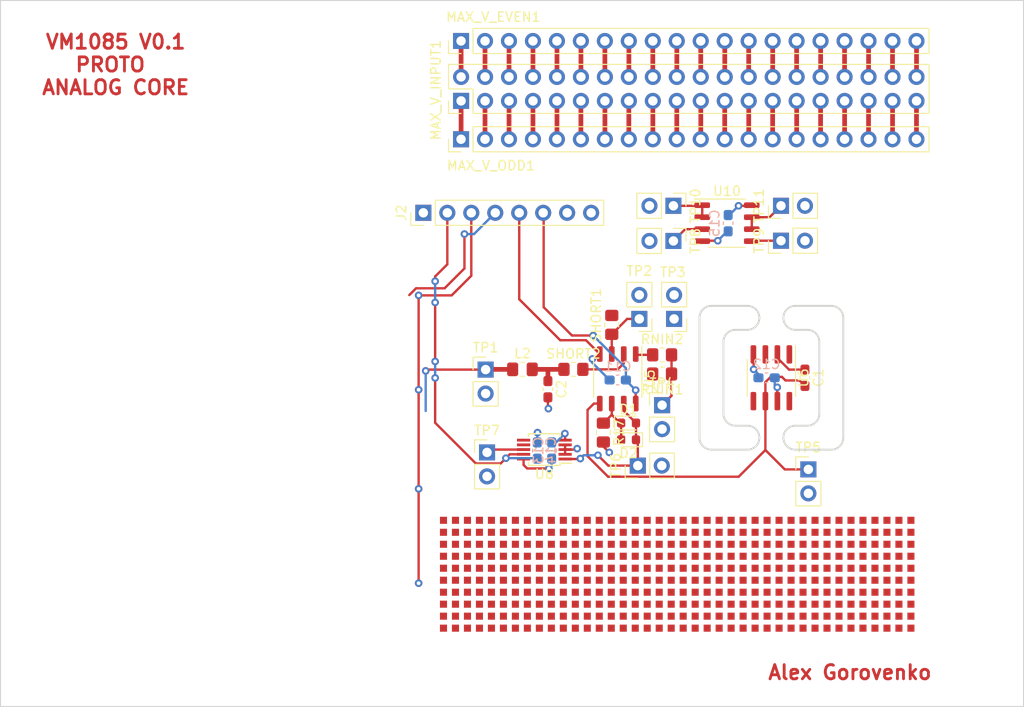
<source format=kicad_pcb>
(kicad_pcb (version 20211014) (generator pcbnew)
  (layers (0 "F.Cu" signal) (31 "B.Cu" signal) (34 "B.Paste" user) (35 "F.Paste" user) (36 "B.SilkS" user "B.Silkscreen") (37 "F.SilkS" user "F.Silkscreen") (38 "B.Mask" user) (39 "F.Mask" user) (44 "Edge.Cuts" user))
  (net 0 "")
  (net 1 "Net-(L2-Pad1)")
  (net 2 "-2V5")
  (net 3 "GND")
  (net 4 "+2V5")
  (net 5 "Net-(RNIN2-Pad2)")
  (net 6 "SUMMING NODE")
  (net 7 "ZERO_DAC1")
  (net 8 "-5VA")
  (net 9 "INTEGRATOR OUT")
  (net 10 "+5VA")
  (net 12 "ZERO_DAC2")
  (net 16 "COMP")
  (net 17 "Net-(C2-Pad1)")
  (net 18 "Net-(MAX_V_EVEN1-Pad1)")
  (net 19 "Net-(MAX_V_EVEN1-Pad2)")
  (net 20 "Net-(MAX_V_EVEN1-Pad3)")
  (net 21 "Net-(MAX_V_EVEN1-Pad4)")
  (net 22 "Net-(MAX_V_EVEN1-Pad5)")
  (net 23 "Net-(MAX_V_EVEN1-Pad6)")
  (net 24 "Net-(MAX_V_EVEN1-Pad7)")
  (net 25 "Net-(MAX_V_EVEN1-Pad8)")
  (net 26 "Net-(MAX_V_EVEN1-Pad9)")
  (net 27 "Net-(MAX_V_EVEN1-Pad10)")
  (net 28 "Net-(MAX_V_EVEN1-Pad11)")
  (net 29 "Net-(MAX_V_EVEN1-Pad12)")
  (net 30 "Net-(MAX_V_EVEN1-Pad13)")
  (net 31 "Net-(MAX_V_EVEN1-Pad14)")
  (net 32 "Net-(MAX_V_EVEN1-Pad15)")
  (net 33 "Net-(MAX_V_EVEN1-Pad16)")
  (net 34 "Net-(MAX_V_EVEN1-Pad17)")
  (net 35 "Net-(MAX_V_EVEN1-Pad18)")
  (net 36 "Net-(MAX_V_EVEN1-Pad19)")
  (net 37 "Net-(MAX_V_EVEN1-Pad20)")
  (net 38 "Net-(MAX_V_INPUT1-Pad1)")
  (net 39 "Net-(MAX_V_INPUT1-Pad3)")
  (net 40 "Net-(MAX_V_INPUT1-Pad5)")
  (net 41 "Net-(MAX_V_INPUT1-Pad7)")
  (net 42 "Net-(MAX_V_INPUT1-Pad9)")
  (net 43 "Net-(MAX_V_INPUT1-Pad11)")
  (net 44 "Net-(MAX_V_INPUT1-Pad13)")
  (net 45 "Net-(MAX_V_INPUT1-Pad15)")
  (net 46 "Net-(MAX_V_INPUT1-Pad17)")
  (net 47 "Net-(MAX_V_INPUT1-Pad19)")
  (net 48 "Net-(MAX_V_INPUT1-Pad21)")
  (net 49 "Net-(MAX_V_INPUT1-Pad23)")
  (net 50 "Net-(MAX_V_INPUT1-Pad25)")
  (net 51 "Net-(MAX_V_INPUT1-Pad27)")
  (net 52 "Net-(MAX_V_INPUT1-Pad29)")
  (net 53 "Net-(MAX_V_INPUT1-Pad31)")
  (net 54 "Net-(MAX_V_INPUT1-Pad33)")
  (net 55 "Net-(MAX_V_INPUT1-Pad35)")
  (net 56 "Net-(MAX_V_INPUT1-Pad37)")
  (net 57 "Net-(MAX_V_INPUT1-Pad39)")
  (net 58 "Net-(D1-Pad1)")
  (net 59 "+3V3")
  (net 60 "+15V")
  (net 61 "-15V")
  (net 62 "Net-(TP8-Pad1)")
  (net 63 "Net-(TP9-Pad1)")
  (net 64 "Net-(TP10-Pad1)")
  (net 65 "Net-(TP11-Pad1)")
  (net 66 "Slope Amp")
  (footprint "Connector_PinHeader_2.54mm:PinHeader_1x02_P2.54mm_Vertical" (layer "F.Cu") (at 108 62.759 -90)
    (fp_text reference "TP10")
    (fp_text value "TestPoint_2Pole" hide)
  )
  (footprint "Diode_SMD:D_0603_1608Metric" (layer "F.Cu") (at 103.244 85.7735)
    (fp_text reference "D1")
    (fp_text value "D")
  )
  (footprint "Connector_PinHeader_2.54mm:PinHeader_1x02_P2.54mm_Vertical" (layer "F.Cu") (at 108 66.484 -90)
    (fp_text reference "TP8")
    (fp_text value "TestPoint_2Pole" hide)
  )
  (footprint "Resistor_SMD:R_0805_2012Metric_Pad1.20x1.40mm_HandSolder" (layer "F.Cu") (at 106.8 78.5505 180)
    (fp_text reference "RNIN2")
    (fp_text value "R")
  )
  (footprint "Connector_PinHeader_2.54mm:PinHeader_2x20_P2.54mm_Vertical" (layer "F.Cu") (at 85.5 51.6425 90)
    (fp_text reference "MAX_V_INPUT1")
    (fp_text value "Conn_02x20_Odd_Even" hide)
  )
  (footprint "Connector_PinHeader_2.54mm:PinHeader_1x02_P2.54mm_Vertical" (layer "F.Cu") (at 88.25 88.8905)
    (fp_text reference "TP7")
    (fp_text value "TestPoint_2Pole" hide)
  )
  (footprint "Connector_PinHeader_2.54mm:PinHeader_1x02_P2.54mm_Vertical" (layer "F.Cu") (at 119.4 66.459 90)
    (fp_text reference "TP9")
    (fp_text value "TestPoint_2Pole" hide)
  )
  (footprint "Package_SO:SOP-8_3.9x4.9mm_P1.27mm" (layer "F.Cu") (at 113.677 64.6)
    (fp_text reference "U10")
    (fp_text value "OPA2145")
  )
  (footprint "Resistor_SMD:R_0805_2012Metric_Pad1.20x1.40mm_HandSolder" (layer "F.Cu") (at 100.577 86.7895 -90)
    (fp_text reference "R17")
    (fp_text value "R")
  )
  (footprint "Connector_PinHeader_2.54mm:PinHeader_1x20_P2.54mm_Vertical" (layer "F.Cu") (at 85.495 55.7065 90)
    (fp_text reference "MAX_V_ODD1")
    (fp_text value "Conn_01x20_Female" hide)
  )
  (footprint "Connector_PinHeader_2.54mm:PinHeader_1x20_P2.54mm_Vertical" (layer "F.Cu") (at 85.495 45.2925 90)
    (fp_text reference "MAX_V_EVEN1")
    (fp_text value "Conn_01x20_Female" hide)
  )
  (footprint "Capacitor_SMD:C_0805_2012Metric_Pad1.18x1.45mm_HandSolder" (layer "F.Cu") (at 92 80.0905)
    (fp_text reference "L2")
    (fp_text value "L")
  )
  (footprint "Package_SO:SOP-8_3.9x4.9mm_P1.27mm" (layer "F.Cu") (at 102.101 81.0905 -90)
    (fp_text reference "U5")
    (fp_text value "OPA2145")
  )
  (footprint "Resistor_SMD:R_0805_2012Metric_Pad1.20x1.40mm_HandSolder" (layer "F.Cu") (at 101.466 75.3755 90)
    (fp_text reference "SHORT1")
    (fp_text value "R")
  )
  (footprint "Resistor_SMD:R_0805_2012Metric_Pad1.20x1.40mm_HandSolder" (layer "F.Cu") (at 106.8 80.5825 180)
    (fp_text reference "RNIN1")
    (fp_text value "R")
  )
  (footprint "Connector_PinHeader_2.54mm:PinHeader_1x02_P2.54mm_Vertical" (layer "F.Cu") (at 122.3 90.6905)
    (fp_text reference "TP5")
    (fp_text value "TestPoint_2Pole")
  )
  (footprint "Package_SO:MSOP-10_3x3mm_P0.5mm" (layer "F.Cu") (at 94.322 88.5905 180)
    (fp_text reference "U8")
    (fp_text value "LT1715")
  )
  (footprint "Resistor_SMD:R_0805_2012Metric_Pad1.20x1.40mm_HandSolder" (layer "F.Cu") (at 97.4 80.0905)
    (fp_text reference "SHORT2")
    (fp_text value "R")
  )
  (footprint "Connector_PinHeader_2.54mm:PinHeader_1x02_P2.54mm_Vertical" (layer "F.Cu") (at 108.07 74.7455 180)
    (fp_text reference "TP3")
    (fp_text value "TestPoint_2Pole")
  )
  (footprint "Connector_PinHeader_2.54mm:PinHeader_1x02_P2.54mm_Vertical" (layer "F.Cu") (at 88.1 80.1155)
    (fp_text reference "TP1")
    (fp_text value "TestPoint_2Pole" hide)
  )
  (footprint "Connector_PinHeader_2.54mm:PinHeader_1x02_P2.54mm_Vertical" (layer "F.Cu") (at 104.226 90.2905 90)
    (fp_text reference "TP6")
    (fp_text value "TestPoint_2Pole")
  )
  (footprint "Connector_PinHeader_2.54mm:PinHeader_1x02_P2.54mm_Vertical" (layer "F.Cu") (at 104.387 74.7455 180)
    (fp_text reference "TP2")
    (fp_text value "TestPoint_2Pole")
  )
  (footprint "Connector_PinHeader_2.54mm:PinHeader_1x02_P2.54mm_Vertical" (layer "F.Cu") (at 119.4 62.759 90)
    (fp_text reference "TP11")
    (fp_text value "TestPoint_2Pole" hide)
  )
  (footprint "Capacitor_SMD:C_0603_1608Metric_Pad1.08x0.95mm_HandSolder" (layer "F.Cu") (at 94.7 82.1905 -90)
    (fp_text reference "C2")
    (fp_text value "C")
  )
  (footprint "VM1085:SMD_1.27_proto_area" (layer "F.Cu") (at 98.875 104.975)
    (fp_text reference "U7" hide)
    (fp_text value "SMD_1.27MM_PROTO_AREA" hide)
  )
  (footprint "Connector_PinHeader_2.54mm:PinHeader_1x08_P2.54mm_Vertical" (layer "F.Cu") (at 81.5 63.5 90)
    (fp_text reference "J2")
    (fp_text value "Conn_01x08_Female" hide)
  )
  (footprint "Capacitor_SMD:C_0603_1608Metric_Pad1.08x0.95mm_HandSolder" (layer "F.Cu") (at 121.936 80.9805 -90)
    (fp_text reference "C1")
    (fp_text value "330p")
  )
  (footprint "Diode_SMD:D_0603_1608Metric" (layer "F.Cu") (at 103.244 87.5515 180)
    (fp_text reference "D2")
    (fp_text value "D")
  )
  (footprint "Connector_PinHeader_2.54mm:PinHeader_1x02_P2.54mm_Vertical" (layer "F.Cu") (at 106.8 83.8845)
    (fp_text reference "TP4")
    (fp_text value "TestPoint_2Pole")
  )
  (footprint "Package_SO:SOIC-8_3.9x4.9mm_P1.27mm" (layer "F.Cu") (at 118.38 80.9805 -90)
    (fp_text reference "U6")
    (fp_text value "AD8065")
  )
  (footprint "Capacitor_SMD:C_0603_1608Metric_Pad1.08x0.95mm_HandSolder" (layer "B.Cu") (at 93.576 88.6905 90)
    (fp_text reference "C14")
    (fp_text value "C")
  )
  (footprint "Capacitor_SMD:C_0603_1608Metric_Pad1.08x0.95mm_HandSolder" (layer "B.Cu") (at 117.872 80.9805 180)
    (fp_text reference "C12")
    (fp_text value "C")
  )
  (footprint "Capacitor_SMD:C_0603_1608Metric_Pad1.08x0.95mm_HandSolder" (layer "B.Cu") (at 102.101 81.2175 180)
    (fp_text reference "C11")
    (fp_text value "C")
  )
  (footprint "Capacitor_SMD:C_0603_1608Metric_Pad1.08x0.95mm_HandSolder" (layer "B.Cu") (at 113.8 64.6 -90)
    (fp_text reference "C15")
    (fp_text value "C")
  )
  (footprint "Capacitor_SMD:C_0603_1608Metric_Pad1.08x0.95mm_HandSolder" (layer "B.Cu") (at 95.1 88.6905 90)
    (fp_text reference "C13")
    (fp_text value "C")
  )
  (gr_arc (start 126 87.3305) (mid 125.628026 88.228526) (end 124.73 88.6005) (layer "Edge.Cuts") (width 0.2))
  (gr_arc (start 110.76 74.6305) (mid 111.131974 73.732474) (end 112.03 73.3605) (layer "Edge.Cuts") (width 0.2))
  (gr_arc (start 117.11 87.3305) (mid 116.738026 88.228526) (end 115.84 88.6005) (layer "Edge.Cuts") (width 0.2))
  (gr_arc (start 123.46 84.7905) (mid 123.088026 85.688526) (end 122.19 86.0605) (layer "Edge.Cuts") (width 0.2))
  (gr_line (start 126 87.3305) (end 126 74.6305) (layer "Edge.Cuts") (width 0.2))
  (gr_arc (start 112.03 88.6005) (mid 111.131974 88.228526) (end 110.76 87.3305) (layer "Edge.Cuts") (width 0.2))
  (gr_line (start 115.84 73.3605) (end 112.03 73.3605) (layer "Edge.Cuts") (width 0.2))
  (gr_line (start 122.19 86.0605) (end 120.92 86.0605) (layer "Edge.Cuts") (width 0.2))
  (gr_line (start 110.76 74.6305) (end 110.76 87.3305) (layer "Edge.Cuts") (width 0.2))
  (gr_line (start 120.92 88.6005) (end 124.73 88.6005) (layer "Edge.Cuts") (width 0.2))
  (gr_arc (start 120.92 88.6005) (mid 120.021974 88.228526) (end 119.65 87.3305) (layer "Edge.Cuts") (width 0.2))
  (gr_line (start 120.92 75.9005) (end 122.19 75.9005) (layer "Edge.Cuts") (width 0.2))
  (gr_line (start 115.84 86.0605) (end 114.57 86.0605) (layer "Edge.Cuts") (width 0.2))
  (gr_arc (start 119.65 87.3305) (mid 120.021974 86.432474) (end 120.92 86.0605) (layer "Edge.Cuts") (width 0.2))
  (gr_rect (start 36.69 41) (end 145.1 115.81) (layer "Edge.Cuts") (width 0.1) (fill none))
  (gr_line (start 124.73 73.3605) (end 120.92 73.3605) (layer "Edge.Cuts") (width 0.2))
  (gr_arc (start 114.57 86.0605) (mid 113.671974 85.688526) (end 113.3 84.7905) (layer "Edge.Cuts") (width 0.2))
  (gr_arc (start 122.19 75.9005) (mid 123.088026 76.272474) (end 123.46 77.1705) (layer "Edge.Cuts") (width 0.2))
  (gr_line (start 113.3 84.7905) (end 113.3 77.1705) (layer "Edge.Cuts") (width 0.2))
  (gr_arc (start 120.92 75.9005) (mid 120.021974 75.528526) (end 119.65 74.6305) (layer "Edge.Cuts") (width 0.2))
  (gr_arc (start 119.65 74.6305) (mid 120.021974 73.732474) (end 120.92 73.3605) (layer "Edge.Cuts") (width 0.2))
  (gr_line (start 114.57 75.9005) (end 115.84 75.9005) (layer "Edge.Cuts") (width 0.2))
  (gr_arc (start 113.3 77.1705) (mid 113.671974 76.272474) (end 114.57 75.9005) (layer "Edge.Cuts") (width 0.2))
  (gr_arc (start 117.11 74.6305) (mid 116.738026 75.528526) (end 115.84 75.9005) (layer "Edge.Cuts") (width 0.2))
  (gr_arc (start 124.73 73.3605) (mid 125.628026 73.732474) (end 126 74.6305) (layer "Edge.Cuts") (width 0.2))
  (gr_arc (start 115.84 73.3605) (mid 116.738026 73.732474) (end 117.11 74.6305) (layer "Edge.Cuts") (width 0.2))
  (gr_line (start 112.03 88.6005) (end 115.84 88.6005) (layer "Edge.Cuts") (width 0.2))
  (gr_line (start 123.46 77.1705) (end 123.46 84.7905) (layer "Edge.Cuts") (width 0.2))
  (gr_arc (start 115.84 86.0605) (mid 116.738026 86.432474) (end 117.11 87.3305) (layer "Edge.Cuts") (width 0.2))
  (gr_text "Alex Gorovenko" (at 126.7 112.2) (layer "F.Cu") (effects (font (size 1.5 1.5) (thickness 0.3))))
  (gr_text "VM1085 V0.1\nPROTO \nANALOG CORE" (at 48.9 47.8) (layer "F.Cu") (effects (font (size 1.5 1.5) (thickness 0.3))))
  (segment (start 81.8845 80.1155) (end 88.1 80.1155) (width 0.25) (layer "F.Cu") (net 1))
  (segment (start 88.125 80.0905) (end 88.1 80.1155) (width 0.5) (layer "F.Cu") (net 1))
  (segment (start 90.9625 80.0905) (end 88.125 80.0905) (width 0.5) (layer "F.Cu") (net 1))
  (segment (start 81.75 80.25) (end 81.8845 80.1155) (width 0.25) (layer "F.Cu") (net 1))
  (via (at 81.75 80.25) (size 0.8) (drill 0.4) (layers "F.Cu" "B.Cu") (net 1))
  (segment (start 81.75 80.25) (end 81.75 84.5) (width 0.25) (layer "B.Cu") (net 1))
  (segment (start 84.5 72.25) (end 86.58 70.17) (width 0.25) (layer "F.Cu") (net 2))
  (segment (start 81 72.25) (end 84.5 72.25) (width 0.25) (layer "F.Cu") (net 2))
  (segment (start 81 92.75) (end 81 102.75) (width 0.25) (layer "F.Cu") (net 2))
  (segment (start 81 72.25) (end 81 82.25) (width 0.25) (layer "F.Cu") (net 2))
  (segment (start 86.58 70.17) (end 86.58 63.5) (width 0.25) (layer "F.Cu") (net 2))
  (segment (start 81 82.25) (end 81 92.75) (width 0.25) (layer "F.Cu") (net 2))
  (via (at 81 72.25) (size 0.8) (drill 0.4) (layers "F.Cu" "B.Cu") (net 2))
  (via (at 81 102.75) (size 0.8) (drill 0.4) (layers "F.Cu" "B.Cu") (net 2))
  (via (at 81 92.75) (size 0.8) (drill 0.4) (layers "F.Cu" "B.Cu") (net 2))
  (via (at 81 82.25) (size 0.8) (drill 0.4) (layers "F.Cu" "B.Cu") (net 2))
  (segment (start 81 92.75) (end 80.975489 92.725489) (width 0.25) (layer "B.Cu") (net 2))
  (segment (start 81 82.25) (end 80.875489 82.374511) (width 0.25) (layer "B.Cu") (net 2))
  (segment (start 100.577 88.2675) (end 101.2 88.8905) (width 0.25) (layer "F.Cu") (net 3))
  (segment (start 94.7 83.053) (end 94.7 84.2) (width 0.25) (layer "F.Cu") (net 3))
  (segment (start 94.7 84.2) (end 94.75 84.25) (width 0.25) (layer "F.Cu") (net 3))
  (segment (start 96.522 88.5905) (end 97.7 88.5905) (width 0.25) (layer "F.Cu") (net 3))
  (segment (start 100.577 87.7895) (end 100.577 88.2675) (width 0.25) (layer "F.Cu") (net 3))
  (segment (start 96.522 89.0905) (end 96.522 88.0905) (width 0.25) (layer "F.Cu") (net 3))
  (segment (start 97.7 88.5905) (end 97.8 88.4905) (width 0.25) (layer "F.Cu") (net 3))
  (via (at 93.6 86.7905) (size 0.8) (drill 0.4) (layers "F.Cu" "B.Cu") (net 3))
  (via (at 101.2 88.8905) (size 0.8) (drill 0.4) (layers "F.Cu" "B.Cu") (net 3))
  (via (at 97.8 88.4905) (size 0.8) (drill 0.4) (layers "F.Cu" "B.Cu") (net 3))
  (via (at 94.75 84.25) (size 0.8) (drill 0.4) (layers "F.Cu" "B.Cu") (net 3))
  (segment (start 93.576 86.8145) (end 93.6 86.7905) (width 0.25) (layer "B.Cu") (net 3))
  (segment (start 93.576 87.828) (end 93.576 86.8145) (width 0.25) (layer "B.Cu") (net 3))
  (segment (start 80.725386 71.5) (end 80.010875 72.214511) (width 0.25) (layer "F.Cu") (net 4))
  (segment (start 85.8555 69.3945) (end 83.75 71.5) (width 0.25) (layer "F.Cu") (net 4))
  (segment (start 85.8555 65.75) (end 85.8555 69.3945) (width 0.25) (layer "F.Cu") (net 4))
  (segment (start 83.75 71.5) (end 80.725386 71.5) (width 0.25) (layer "F.Cu") (net 4))
  (via (at 85.8555 65.75) (size 0.8) (drill 0.4) (layers "F.Cu" "B.Cu") (net 4))
  (segment (start 85.8555 65.75) (end 86.87 65.75) (width 0.25) (layer "B.Cu") (net 4))
  (segment (start 86.87 65.75) (end 89.12 63.5) (width 0.25) (layer "B.Cu") (net 4))
  (segment (start 104.091 78.5505) (end 104.006 78.4655) (width 0.25) (layer "F.Cu") (net 5))
  (segment (start 105.8 78.5505) (end 104.091 78.5505) (width 0.25) (layer "F.Cu") (net 5))
  (segment (start 121.936 80.118) (end 120.251428 80.118) (width 0.25) (layer "F.Cu") (net 6))
  (segment (start 119.015 78.881572) (end 119.015 78.5055) (width 0.25) (layer "F.Cu") (net 6))
  (segment (start 102.1 80.0905) (end 102.736 79.4545) (width 0.25) (layer "F.Cu") (net 6))
  (segment (start 102.736 79.4545) (end 102.736 78.4655) (width 0.25) (layer "F.Cu") (net 6))
  (segment (start 98.4 80.0905) (end 102.1 80.0905) (width 0.25) (layer "F.Cu") (net 6))
  (segment (start 120.251428 80.118) (end 119.015 78.881572) (width 0.25) (layer "F.Cu") (net 6))
  (segment (start 101.466 78.4655) (end 101.466 76.3755) (width 0.25) (layer "F.Cu") (net 7))
  (segment (start 101.466 76.3755) (end 103.096 74.7455) (width 0.25) (layer "F.Cu") (net 7))
  (segment (start 103.096 74.7455) (end 104.387 74.7455) (width 0.25) (layer "F.Cu") (net 7))
  (segment (start 96 77) (end 98.7305 77) (width 0.25) (layer "F.Cu") (net 8))
  (segment (start 96.522 86.9125) (end 96.522 87.5905) (width 0.25) (layer "F.Cu") (net 8))
  (segment (start 116.5 80.0905) (end 116.5 78.5305) (width 0.25) (layer "F.Cu") (net 8))
  (segment (start 91.66 63.5) (end 91.66 72.66) (width 0.25) (layer "F.Cu") (net 8))
  (segment (start 91.66 72.66) (end 96 77) (width 0.25) (layer "F.Cu") (net 8))
  (segment (start 99.671 78.9905) (end 100.196 78.4655) (width 0.25) (layer "F.Cu") (net 8))
  (segment (start 96.5 86.8905) (end 96.522 86.9125) (width 0.25) (layer "F.Cu") (net 8))
  (segment (start 116.5 78.5305) (end 116.475 78.5055) (width 0.25) (layer "F.Cu") (net 8))
  (segment (start 98.7305 77) (end 100.196 78.4655) (width 0.25) (layer "F.Cu") (net 8))
  (segment (start 99.4 78.9905) (end 99.671 78.9905) (width 0.25) (layer "F.Cu") (net 8))
  (via (at 116.5 80.0905) (size 0.8) (drill 0.4) (layers "F.Cu" "B.Cu") (net 8))
  (via (at 99.4 78.9905) (size 0.8) (drill 0.4) (layers "F.Cu" "B.Cu") (net 8))
  (via (at 96.5 86.8905) (size 0.8) (drill 0.4) (layers "F.Cu" "B.Cu") (net 8))
  (segment (start 117.0095 80.6) (end 116.5 80.0905) (width 0.25) (layer "B.Cu") (net 8))
  (segment (start 99.4 79.379) (end 101.2385 81.2175) (width 0.25) (layer "B.Cu") (net 8))
  (segment (start 96.5 86.8905) (end 95.5625 87.828) (width 0.25) (layer "B.Cu") (net 8))
  (segment (start 95.5625 87.828) (end 95.1 87.828) (width 0.25) (layer "B.Cu") (net 8))
  (segment (start 117.0095 80.9805) (end 117.0095 80.6) (width 0.25) (layer "B.Cu") (net 8))
  (segment (start 99.4 78.9905) (end 99.4 79.379) (width 0.25) (layer "B.Cu") (net 8))
  (segment (start 98.9 84.3905) (end 98.9 89.2905) (width 0.25) (layer "F.Cu") (net 9))
  (segment (start 121.936 81.843) (end 121.358989 81.265989) (width 0.25) (layer "F.Cu") (net 9))
  (segment (start 101.074511 91.465011) (end 114.915489 91.465011) (width 0.25) (layer "F.Cu") (net 9))
  (segment (start 118.3 80.8905) (end 117.745 81.4455) (width 0.25) (layer "F.Cu") (net 9))
  (segment (start 121.358989 81.265989) (end 119.875489 81.265989) (width 0.25) (layer "F.Cu") (net 9))
  (segment (start 98.9 89.2905) (end 101.074511 91.465011) (width 0.25) (layer "F.Cu") (net 9))
  (segment (start 119.8 90.6905) (end 122.3 90.6905) (width 0.25) (layer "F.Cu") (net 9))
  (segment (start 117.745 83.4555) (end 117.745 88.6355) (width 0.25) (layer "F.Cu") (net 9))
  (segment (start 99.575 83.7155) (end 98.9 84.3905) (width 0.25) (layer "F.Cu") (net 9))
  (segment (start 117.745 88.6355) (end 119.8 90.6905) (width 0.25) (layer "F.Cu") (net 9))
  (segment (start 100.196 83.7155) (end 99.575 83.7155) (width 0.25) (layer "F.Cu") (net 9))
  (segment (start 117.745 81.4455) (end 117.745 83.4555) (width 0.25) (layer "F.Cu") (net 9))
  (segment (start 119.5 80.8905) (end 118.3 80.8905) (width 0.25) (layer "F.Cu") (net 9))
  (segment (start 119.875489 81.265989) (end 119.5 80.8905) (width 0.25) (layer "F.Cu") (net 9))
  (segment (start 114.915489 91.465011) (end 117.745 88.6355) (width 0.25) (layer "F.Cu") (net 9))
  (segment (start 94.25 63.55) (end 94.25 73.5) (width 0.25) (layer "F.Cu") (net 10))
  (segment (start 119 81.9905) (end 119 83.4405) (width 0.25) (layer "F.Cu") (net 10))
  (segment (start 104 82.2905) (end 104 83.7095) (width 0.25) (layer "F.Cu") (net 10))
  (segment (start 92.122 90.2125) (end 92.122 89.5905) (width 0.25) (layer "F.Cu") (net 10))
  (segment (start 119 83.4405) (end 119.015 83.4555) (width 0.25) (layer "F.Cu") (net 10))
  (segment (start 104 83.7095) (end 104.006 83.7155) (width 0.25) (layer "F.Cu") (net 10))
  (segment (start 94.8 90.5905) (end 92.5 90.5905) (width 0.25) (layer "F.Cu") (net 10))
  (segment (start 97.25 76.5) (end 99.5 76.5) (width 0.25) (layer "F.Cu") (net 10))
  (segment (start 94.25 73.5) (end 97.25 76.5) (width 0.25) (layer "F.Cu") (net 10))
  (segment (start 94.2 63.5) (end 94.25 63.55) (width 0.25) (layer "F.Cu") (net 10))
  (segment (start 92.5 90.5905) (end 92.122 90.2125) (width 0.25) (layer "F.Cu") (net 10))
  (via (at 99.5 76.5) (size 0.8) (drill 0.4) (layers "F.Cu" "B.Cu") (net 10))
  (via (at 104 82.2905) (size 0.8) (drill 0.4) (layers "F.Cu" "B.Cu") (net 10))
  (via (at 94.8 90.5905) (size 0.8) (drill 0.4) (layers "F.Cu" "B.Cu") (net 10))
  (via (at 119 81.9905) (size 0.8) (drill 0.4) (layers "F.Cu" "B.Cu") (net 10))
  (segment (start 95.1 90.2905) (end 94.8 90.5905) (width 0.25) (layer "B.Cu") (net 10))
  (segment (start 102.9635 81.2175) (end 102.9635 81.254) (width 0.25) (layer "B.Cu") (net 10))
  (segment (start 118.7345 80.9805) (end 118.7345 81.725) (width 0.25) (layer "B.Cu") (net 10))
  (segment (start 102.9635 81.254) (end 104 82.2905) (width 0.25) (layer "B.Cu") (net 10))
  (segment (start 95.1 89.553) (end 95.1 90.2905) (width 0.25) (layer "B.Cu") (net 10))
  (segment (start 102.9635 79.9635) (end 102.9635 81.2175) (width 0.25) (layer "B.Cu") (net 10))
  (segment (start 118.7345 81.725) (end 119 81.9905) (width 0.25) (layer "B.Cu") (net 10))
  (segment (start 99.5 76.5) (end 102.9635 79.9635) (width 0.25) (layer "B.Cu") (net 10))
  (segment (start 107.8 80.5825) (end 107.8 78.5505) (width 0.25) (layer "F.Cu") (net 12))
  (segment (start 107.801 80.5835) (end 107.8 80.5825) (width 0.25) (layer "F.Cu") (net 12))
  (segment (start 106.8 83.8845) (end 107.801 82.8835) (width 0.25) (layer "F.Cu") (net 12))
  (segment (start 107.801 82.8835) (end 107.801 80.5835) (width 0.25) (layer "F.Cu") (net 12))
  (segment (start 88.55 88.5905) (end 88.25 88.8905) (width 0.25) (layer "F.Cu") (net 16))
  (segment (start 92.122 88.5905) (end 88.55 88.5905) (width 0.25) (layer "F.Cu") (net 16))
  (segment (start 94.7 81.328) (end 94.7 80.1905) (width 0.5) (layer "F.Cu") (net 17))
  (segment (start 94.8 80.0905) (end 96.4 80.0905) (width 0.5) (layer "F.Cu") (net 17))
  (segment (start 93.0375 80.0905) (end 94.8 80.0905) (width 0.5) (layer "F.Cu") (net 17))
  (segment (start 94.7 80.1905) (end 94.8 80.0905) (width 0.5) (layer "F.Cu") (net 17))
  (segment (start 85.5 45.2975) (end 85.495 45.2925) (width 0.5) (layer "F.Cu") (net 18))
  (segment (start 85.5 49.1025) (end 85.5 45.2975) (width 0.5) (layer "F.Cu") (net 18))
  (segment (start 88.035 45.2925) (end 88.035 49.0975) (width 0.5) (layer "F.Cu") (net 19))
  (segment (start 88.035 49.0975) (end 88.04 49.1025) (width 0.5) (layer "F.Cu") (net 19))
  (segment (start 90.58 49.1025) (end 90.58 45.2975) (width 0.5) (layer "F.Cu") (net 20))
  (segment (start 90.58 45.2975) (end 90.575 45.2925) (width 0.5) (layer "F.Cu") (net 20))
  (segment (start 93.115 45.2925) (end 93.115 49.0975) (width 0.5) (layer "F.Cu") (net 21))
  (segment (start 93.115 49.0975) (end 93.12 49.1025) (width 0.5) (layer "F.Cu") (net 21))
  (segment (start 95.66 49.1025) (end 95.66 45.2975) (width 0.5) (layer "F.Cu") (net 22))
  (segment (start 95.66 45.2975) (end 95.655 45.2925) (width 0.5) (layer "F.Cu") (net 22))
  (segment (start 98.2 45.2975) (end 98.195 45.2925) (width 0.5) (layer "F.Cu") (net 23))
  (segment (start 98.2 49.1025) (end 98.2 45.2975) (width 0.5) (layer "F.Cu") (net 23))
  (segment (start 100.735 45.2925) (end 100.735 49.0975) (width 0.5) (layer "F.Cu") (net 24))
  (segment (start 100.735 49.0975) (end 100.74 49.1025) (width 0.5) (layer "F.Cu") (net 24))
  (segment (start 103.28 45.2975) (end 103.275 45.2925) (width 0.5) (layer "F.Cu") (net 25))
  (segment (start 103.28 49.1025) (end 103.28 45.2975) (width 0.5) (layer "F.Cu") (net 25))
  (segment (start 105.815 45.2925) (end 105.815 49.0975) (width 0.5) (layer "F.Cu") (net 26))
  (segment (start 105.815 49.0975) (end 105.82 49.1025) (width 0.5) (layer "F.Cu") (net 26))
  (segment (start 108.36 45.2975) (end 108.355 45.2925) (width 0.5) (layer "F.Cu") (net 27))
  (segment (start 108.36 49.1025) (end 108.36 45.2975) (width 0.5) (layer "F.Cu") (net 27))
  (segment (start 110.895 49.0975) (end 110.9 49.1025) (width 0.5) (layer "F.Cu") (net 28))
  (segment (start 110.895 45.2925) (end 110.895 49.0975) (width 0.5) (layer "F.Cu") (net 28))
  (segment (start 113.44 45.2975) (end 113.435 45.2925) (width 0.5) (layer "F.Cu") (net 29))
  (segment (start 113.44 49.1025) (end 113.44 45.2975) (width 0.5) (layer "F.Cu") (net 29))
  (segment (start 115.975 45.2925) (end 115.975 49.0975) (width 0.5) (layer "F.Cu") (net 30))
  (segment (start 115.975 49.0975) (end 115.98 49.1025) (width 0.5) (layer "F.Cu") (net 30))
  (segment (start 118.52 49.1025) (end 118.52 45.2975) (width 0.5) (layer "F.Cu") (net 31))
  (segment (start 118.52 45.2975) (end 118.515 45.2925) (width 0.5) (layer "F.Cu") (net 31))
  (segment (start 121.055 49.0975) (end 121.06 49.1025) (width 0.5) (layer "F.Cu") (net 32))
  (segment (start 121.055 45.2925) (end 121.055 49.0975) (width 0.5) (layer "F.Cu") (net 32))
  (segment (start 123.6 45.2975) (end 123.595 45.2925) (width 0.5) (layer "F.Cu") (net 33))
  (segment (start 123.6 49.1025) (end 123.6 45.2975) (width 0.5) (layer "F.Cu") (net 33))
  (segment (start 126.135 49.0975) (end 126.14 49.1025) (width 0.5) (layer "F.Cu") (net 34))
  (segment (start 126.135 45.2925) (end 126.135 49.0975) (width 0.5) (layer "F.Cu") (net 34))
  (segment (start 128.68 49.1025) (end 128.68 45.2975) (width 0.5) (layer "F.Cu") (net 35))
  (segment (start 128.68 45.2975) (end 128.675 45.2925) (width 0.5) (layer "F.Cu") (net 35))
  (segment (start 131.215 45.2925) (end 131.215 49.0975) (width 0.5) (layer "F.Cu") (net 36))
  (segment (start 131.215 49.0975) (end 131.22 49.1025) (width 0.5) (layer "F.Cu") (net 36))
  (segment (start 133.76 49.1025) (end 133.76 45.2975) (width 0.5) (layer "F.Cu") (net 37))
  (segment (start 133.76 45.2975) (end 133.755 45.2925) (width 0.5) (layer "F.Cu") (net 37))
  (segment (start 85.5 51.6425) (end 85.5 55.7015) (width 0.5) (layer "F.Cu") (net 38))
  (segment (start 85.5 55.7015) (end 85.495 55.7065) (width 0.5) (layer "F.Cu") (net 38))
  (segment (start 88.035 51.6475) (end 88.04 51.6425) (width 0.5) (layer "F.Cu") (net 39))
  (segment (start 88.035 55.7065) (end 88.035 51.6475) (width 0.5) (layer "F.Cu") (net 39))
  (segment (start 90.58 51.6425) (end 90.58 55.7015) (width 0.5) (layer "F.Cu") (net 40))
  (segment (start 90.58 55.7015) (end 90.575 55.7065) (width 0.5) (layer "F.Cu") (net 40))
  (segment (start 93.115 51.6475) (end 93.12 51.6425) (width 0.5) (layer "F.Cu") (net 41))
  (segment (start 93.115 55.7065) (end 93.115 51.6475) (width 0.5) (layer "F.Cu") (net 41))
  (segment (start 95.66 55.7015) (end 95.655 55.7065) (width 0.5) (layer "F.Cu") (net 42))
  (segment (start 95.66 51.6425) (end 95.66 55.7015) (width 0.5) (layer "F.Cu") (net 42))
  (segment (start 98.195 55.7065) (end 98.195 51.6475) (width 0.5) (layer "F.Cu") (net 43))
  (segment (start 98.195 51.6475) (end 98.2 51.6425) (width 0.5) (layer "F.Cu") (net 43))
  (segment (start 100.74 55.7015) (end 100.735 55.7065) (width 0.5) (layer "F.Cu") (net 44))
  (segment (start 100.74 51.6425) (end 100.74 55.7015) (width 0.5) (layer "F.Cu") (net 44))
  (segment (start 103.275 51.6475) (end 103.28 51.6425) (width 0.5) (layer "F.Cu") (net 45))
  (segment (start 103.275 55.7065) (end 103.275 51.6475) (width 0.5) (layer "F.Cu") (net 45))
  (segment (start 105.82 51.6425) (end 105.82 55.7015) (width 0.5) (layer "F.Cu") (net 46))
  (segment (start 105.82 55.7015) (end 105.815 55.7065) (width 0.5) (layer "F.Cu") (net 46))
  (segment (start 108.355 51.6475) (end 108.36 51.6425) (width 0.5) (layer "F.Cu") (net 47))
  (segment (start 108.355 55.7065) (end 108.355 51.6475) (width 0.5) (layer "F.Cu") (net 47))
  (segment (start 110.9 51.6425) (end 110.9 55.7015) (width 0.5) (layer "F.Cu") (net 48))
  (segment (start 110.9 55.7015) (end 110.895 55.7065) (width 0.5) (layer "F.Cu") (net 48))
  (segment (start 113.435 51.6475) (end 113.44 51.6425) (width 0.5) (layer "F.Cu") (net 49))
  (segment (start 113.435 55.7065) (end 113.435 51.6475) (width 0.5) (layer "F.Cu") (net 49))
  (segment (start 115.98 55.7015) (end 115.975 55.7065) (width 0.5) (layer "F.Cu") (net 50))
  (segment (start 115.98 51.6425) (end 115.98 55.7015) (width 0.5) (layer "F.Cu") (net 50))
  (segment (start 118.515 51.6475) (end 118.52 51.6425) (width 0.5) (layer "F.Cu") (net 51))
  (segment (start 118.515 55.7065) (end 118.515 51.6475) (width 0.5) (layer "F.Cu") (net 51))
  (segment (start 121.06 51.6425) (end 121.06 55.7015) (width 0.5) (layer "F.Cu") (net 52))
  (segment (start 121.06 55.7015) (end 121.055 55.7065) (width 0.5) (layer "F.Cu") (net 52))
  (segment (start 123.595 55.7065) (end 123.595 51.6475) (width 0.5) (layer "F.Cu") (net 53))
  (segment (start 123.595 51.6475) (end 123.6 51.6425) (width 0.5) (layer "F.Cu") (net 53))
  (segment (start 126.14 55.7015) (end 126.135 55.7065) (width 0.5) (layer "F.Cu") (net 54))
  (segment (start 126.14 51.6425) (end 126.14 55.7015) (width 0.5) (layer "F.Cu") (net 54))
  (segment (start 128.675 51.6475) (end 128.68 51.6425) (width 0.5) (layer "F.Cu") (net 55))
  (segment (start 128.675 55.7065) (end 128.675 51.6475) (width 0.5) (layer "F.Cu") (net 55))
  (segment (start 131.22 51.6425) (end 131.22 55.7015) (width 0.5) (layer "F.Cu") (net 56))
  (segment (start 131.22 55.7015) (end 131.215 55.7065) (width 0.5) (layer "F.Cu") (net 56))
  (segment (start 133.755 51.6475) (end 133.76 51.6425) (width 0.5) (layer "F.Cu") (net 57))
  (segment (start 133.755 55.7065) (end 133.755 51.6475) (width 0.5) (layer "F.Cu") (net 57))
  (segment (start 101.466 84.9005) (end 100.577 85.7895) (width 0.25) (layer "F.Cu") (net 58))
  (segment (start 102.4405 85.7895) (end 102.4565 85.7735) (width 0.25) (layer "F.Cu") (net 58))
  (segment (start 102.339 85.7735) (end 102.4565 85.7735) (width 0.25) (layer "F.Cu") (net 58))
  (segment (start 102.4565 85.7735) (end 102.4565 87.5515) (width 0.25) (layer "F.Cu") (net 58))
  (segment (start 101.466 83.5885) (end 101.466 84.9005) (width 0.25) (layer "F.Cu") (net 58))
  (segment (start 101.466 84.9005) (end 102.339 85.7735) (width 0.25) (layer "F.Cu") (net 58))
  (segment (start 84.04 68.96) (end 84.04 63.5) (width 0.25) (layer "F.Cu") (net 59))
  (segment (start 82.75 70.75) (end 82.75 70.25) (width 0.25) (layer "F.Cu") (net 59))
  (segment (start 90.25 89.5) (end 89.684989 90.065011) (width 0.25) (layer "F.Cu") (net 59))
  (segment (start 87.065011 90.065011) (end 82.75 85.75) (width 0.25) (layer "F.Cu") (net 59))
  (segment (start 90.6595 89.0905) (end 92.122 89.0905) (width 0.25) (layer "F.Cu") (net 59))
  (segment (start 82.75 79.25) (end 82.75 73) (width 0.25) (layer "F.Cu") (net 59))
  (segment (start 89.684989 90.065011) (end 87.065011 90.065011) (width 0.25) (layer "F.Cu") (net 59))
  (segment (start 82.75 85.75) (end 82.75 81) (width 0.25) (layer "F.Cu") (net 59))
  (segment (start 90.25 89.5) (end 90.6595 89.0905) (width 0.25) (layer "F.Cu") (net 59))
  (segment (start 82.75 70.25) (end 84.04 68.96) (width 0.25) (layer "F.Cu") (net 59))
  (via (at 82.75 70.75) (size 0.8) (drill 0.4) (layers "F.Cu" "B.Cu") (net 59))
  (via (at 90.25 89.5) (size 0.8) (drill 0.4) (layers "F.Cu" "B.Cu") (net 59))
  (via (at 82.75 73) (size 0.8) (drill 0.4) (layers "F.Cu" "B.Cu") (net 59))
  (via (at 82.75 79.25) (size 0.8) (drill 0.4) (layers "F.Cu" "B.Cu") (net 59))
  (via (at 82.75 81) (size 0.8) (drill 0.4) (layers "F.Cu" "B.Cu") (net 59))
  (segment (start 82.75 81) (end 82.75 79.25) (width 0.25) (layer "B.Cu") (net 59))
  (segment (start 93.523 89.5) (end 93.576 89.553) (width 0.25) (layer "B.Cu") (net 59))
  (segment (start 90.25 89.5) (end 93.523 89.5) (width 0.25) (layer "B.Cu") (net 59))
  (segment (start 82.75 73) (end 82.75 70.75) (width 0.25) (layer "B.Cu") (net 59))
  (segment (start 114.9 62.759) (end 116.238 62.759) (width 0.25) (layer "F.Cu") (net 60))
  (segment (start 116.238 62.759) (end 116.302 62.695) (width 0.25) (layer "F.Cu") (net 60))
  (via (at 114.9 62.759) (size 0.8) (drill 0.4) (layers "F.Cu" "B.Cu") (net 60))
  (segment (start 113.9215 63.7375) (end 114.9 62.759) (width 0.25) (layer "B.Cu") (net 60))
  (segment (start 113.8 63.7375) (end 113.9215 63.7375) (width 0.25) (layer "B.Cu") (net 60))
  (segment (start 111.098 66.459) (end 111.052 66.505) (width 0.25) (layer "F.Cu") (net 61))
  (segment (start 112.7 66.459) (end 111.098 66.459) (width 0.25) (layer "F.Cu") (net 61))
  (via (at 112.7 66.459) (size 0.8) (drill 0.4) (layers "F.Cu" "B.Cu") (net 61))
  (segment (start 113.8 65.4625) (end 113.6965 65.4625) (width 0.25) (layer "B.Cu") (net 61))
  (segment (start 113.6965 65.4625) (end 112.7 66.459) (width 0.25) (layer "B.Cu") (net 61))
  (segment (start 108 66.484) (end 109.249 65.235) (width 0.25) (layer "F.Cu") (net 62))
  (segment (start 109.249 65.235) (end 111.052 65.235) (width 0.25) (layer "F.Cu") (net 62))
  (segment (start 119.4 66.459) (end 116.348 66.459) (width 0.25) (layer "F.Cu") (net 63))
  (segment (start 116.348 66.459) (end 116.302 66.505) (width 0.25) (layer "F.Cu") (net 63))
  (segment (start 111.052 62.695) (end 111.052 63.965) (width 0.25) (layer "F.Cu") (net 64))
  (segment (start 110.988 62.759) (end 111.052 62.695) (width 0.25) (layer "F.Cu") (net 64))
  (segment (start 108 62.759) (end 110.988 62.759) (width 0.25) (layer "F.Cu") (net 64))
  (segment (start 119.4 62.759) (end 118.194 63.965) (width 0.25) (layer "F.Cu") (net 65))
  (segment (start 118.194 63.965) (end 116.302 63.965) (width 0.25) (layer "F.Cu") (net 65))
  (segment (start 116.302 63.965) (end 116.302 65.235) (width 0.25) (layer "F.Cu") (net 65))
  (segment (start 104.226 87.746) (end 104.226 90.2905) (width 0.25) (layer "F.Cu") (net 66))
  (segment (start 102.736 83.7155) (end 102.736 84.478) (width 0.25) (layer "F.Cu") (net 66))
  (segment (start 101.1 90.2905) (end 100 89.1905) (width 0.25) (layer "F.Cu") (net 66))
  (segment (start 104.0315 87.5515) (end 104.226 87.746) (width 0.25) (layer "F.Cu") (net 66))
  (segment (start 104.226 90.2905) (end 101.1 90.2905) (width 0.25) (layer "F.Cu") (net 66))
  (segment (start 102.736 84.478) (end 104.0315 85.7735) (width 0.25) (layer "F.Cu") (net 66))
  (segment (start 98.086852 89.5905) (end 96.522 89.5905) (width 0.25) (layer "F.Cu") (net 66))
  (segment (start 98.13426 89.543092) (end 98.086852 89.5905) (width 0.25) (layer "F.Cu") (net 66))
  (segment (start 104.0315 85.7735) (end 104.0315 87.5515) (width 0.25) (layer "F.Cu") (net 66))
  (via (at 100 89.1905) (size 0.8) (drill 0.4) (layers "F.Cu" "B.Cu") (net 66))
  (via (at 98.13426 89.543092) (size 0.8) (drill 0.4) (layers "F.Cu" "B.Cu") (net 66))
  (segment (start 98.486852 89.1905) (end 100 89.1905) (width 0.25) (layer "B.Cu") (net 66))
  (segment (start 98.13426 89.543092) (end 98.486852 89.1905) (width 0.25) (layer "B.Cu") (net 66))
)
</source>
